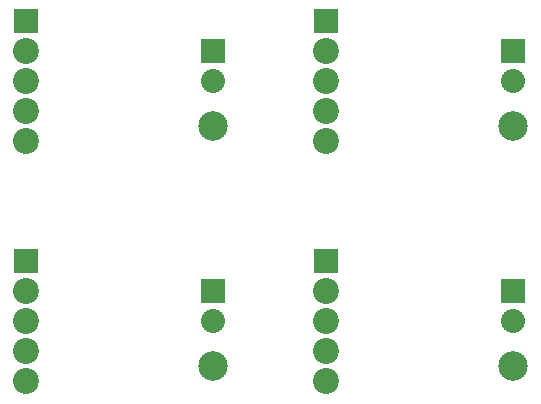
<source format=gbs>
G04 (created by PCBNEW (2013-07-07 BZR 4022)-stable) date 29/12/2014 16:41:19*
%MOIN*%
G04 Gerber Fmt 3.4, Leading zero omitted, Abs format*
%FSLAX34Y34*%
G01*
G70*
G90*
G04 APERTURE LIST*
%ADD10C,0.00590551*%
%ADD11C,0.0984252*%
%ADD12R,0.0827X0.0827*%
%ADD13C,0.0866*%
%ADD14R,0.08X0.08*%
%ADD15C,0.08*%
G04 APERTURE END LIST*
G54D10*
G54D11*
X49000Y-26500D03*
G54D12*
X42750Y-23000D03*
G54D13*
X42750Y-24000D03*
X42750Y-25000D03*
X42750Y-26000D03*
X42750Y-27000D03*
G54D14*
X49000Y-24000D03*
G54D15*
X49000Y-25000D03*
G54D14*
X59000Y-24000D03*
G54D15*
X59000Y-25000D03*
G54D12*
X52750Y-23000D03*
G54D13*
X52750Y-24000D03*
X52750Y-25000D03*
X52750Y-26000D03*
X52750Y-27000D03*
G54D11*
X59000Y-26500D03*
X59000Y-18500D03*
G54D12*
X52750Y-15000D03*
G54D13*
X52750Y-16000D03*
X52750Y-17000D03*
X52750Y-18000D03*
X52750Y-19000D03*
G54D14*
X59000Y-16000D03*
G54D15*
X59000Y-17000D03*
G54D14*
X49000Y-16000D03*
G54D15*
X49000Y-17000D03*
G54D12*
X42750Y-15000D03*
G54D13*
X42750Y-16000D03*
X42750Y-17000D03*
X42750Y-18000D03*
X42750Y-19000D03*
G54D11*
X49000Y-18500D03*
M02*

</source>
